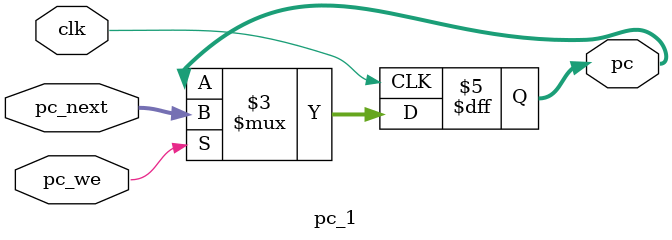
<source format=v>
module pc_1(clk, pc_we, pc_next, pc);
    input clk;
    input pc_we;
    input [31:0] pc_next;
    output reg [31:0] pc;
  always @(posedge clk) begin
    if (pc_we == 1) begin
      pc <= pc_next;
    end
  end
endmodule
</source>
